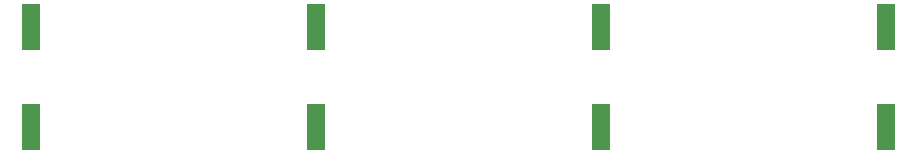
<source format=gbr>
G04 EAGLE Gerber RS-274X export*
G75*
%MOMM*%
%FSLAX34Y34*%
%LPD*%
%INSolderpaste Bottom*%
%IPPOS*%
%AMOC8*
5,1,8,0,0,1.08239X$1,22.5*%
G01*
%ADD10R,1.600000X3.900000*%


D10*
X977900Y315550D03*
X977900Y230550D03*
X736600Y315550D03*
X736600Y230550D03*
X495300Y315550D03*
X495300Y230550D03*
X254000Y315550D03*
X254000Y230550D03*
M02*

</source>
